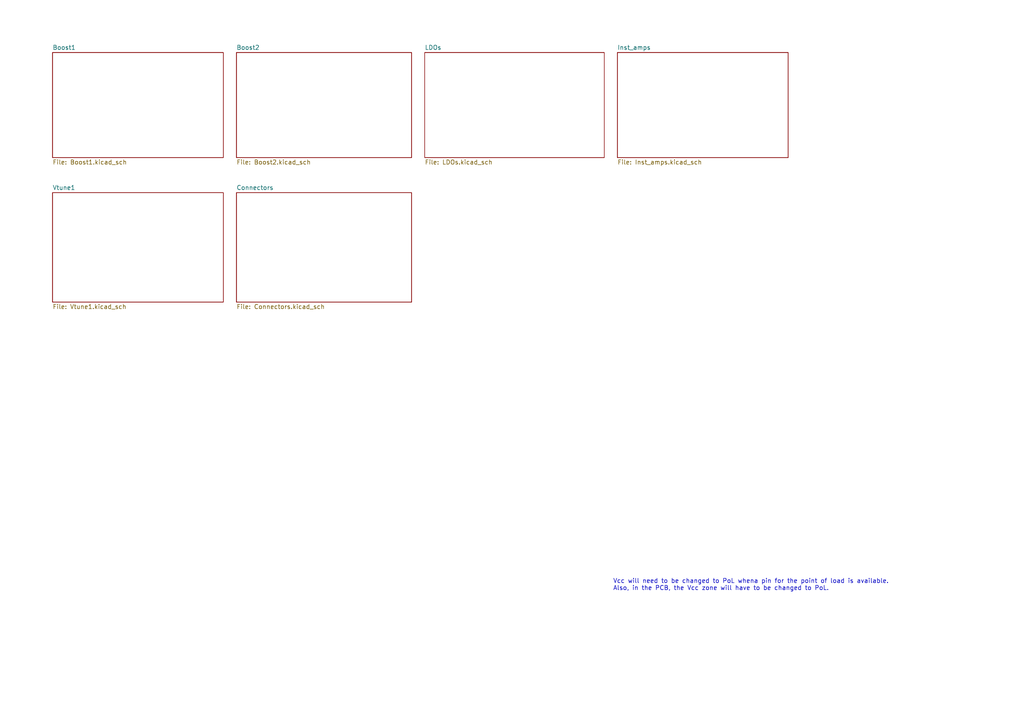
<source format=kicad_sch>
(kicad_sch (version 20211123) (generator eeschema)
  (paper "A4")
  (lib_symbols)
  (text "Vcc will need to be changed to PoL whena pin for the point of load is available.\nAlso, in the PCB, the Vcc zone will have to be changed to PoL." (at 177.8 171.45 0) (effects (font (size 1.27 1.27)) (justify left bottom)))
  (sheet (at 15.24 55.88) (size 49.53 31.75) (stroke (width 0.1524))
    (property "Sheet name" "Vtune1" (at 15.24 55.1684 0) (effects (justify left bottom)))
    (property "Sheet file" "Vtune1.kicad_sch" (at 15.24 88.2146 0) (effects (justify left top)))
  )
  (sheet (at 68.58 55.88) (size 50.8 31.75) (stroke (width 0.1524))
    (property "Sheet name" "Connectors" (at 68.58 55.1684 0) (effects (justify left bottom)))
    (property "Sheet file" "Connectors.kicad_sch" (at 68.58 88.2146 0) (effects (justify left top)))
  )
  (sheet (at 68.58 15.24) (size 50.8 30.48) (stroke (width 0.1524))
    (property "Sheet name" "Boost2" (at 68.58 14.5284 0) (effects (justify left bottom)))
    (property "Sheet file" "Boost2.kicad_sch" (at 68.58 46.3046 0) (effects (justify left top)))
  )
  (sheet (at 179.07 15.24) (size 49.53 30.48) (stroke (width 0.1524))
    (property "Sheet name" "Inst_amps" (at 179.07 14.5284 0) (effects (justify left bottom)))
    (property "Sheet file" "Inst_amps.kicad_sch" (at 179.07 46.3046 0) (effects (justify left top)))
  )
  (sheet (at 123.19 15.24) (size 52.07 30.48) (stroke (width 0.1524))
    (property "Sheet name" "LDOs" (at 123.19 14.5284 0) (effects (justify left bottom)))
    (property "Sheet file" "LDOs.kicad_sch" (at 123.19 46.3046 0) (effects (justify left top)))
  )
  (sheet (at 15.24 15.24) (size 49.53 30.48) (stroke (width 0.1524))
    (property "Sheet name" "Boost1" (at 15.24 14.5284 0) (effects (justify left bottom)))
    (property "Sheet file" "Boost1.kicad_sch" (at 15.24 46.3046 0) (effects (justify left top)))
  )
)
</source>
